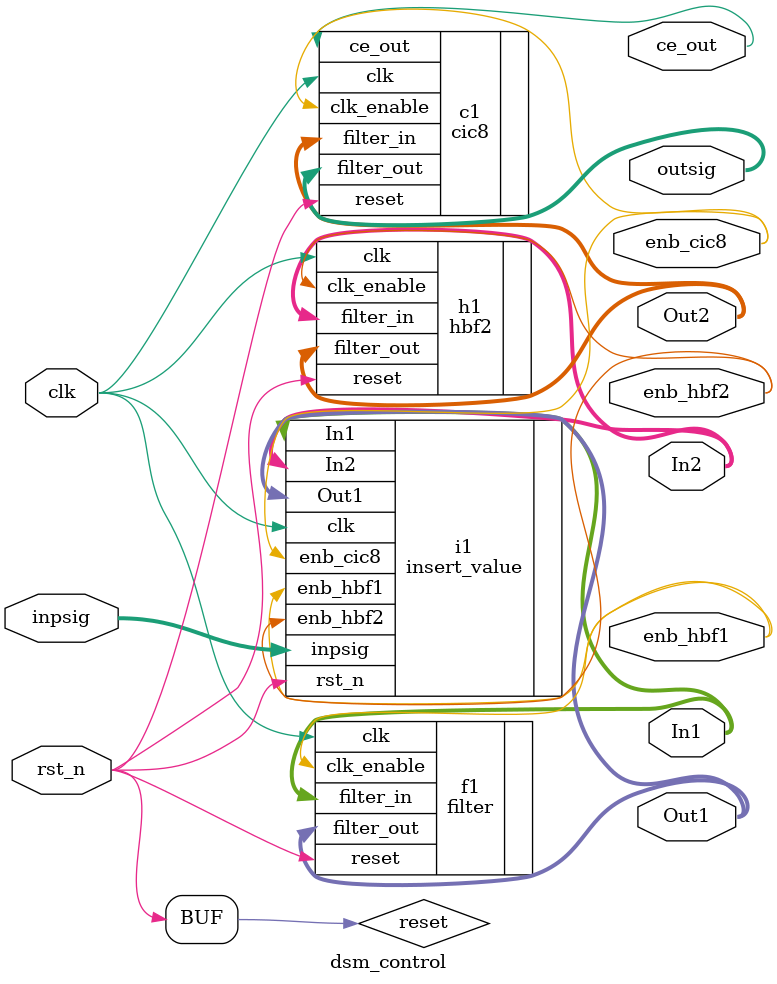
<source format=v>
`timescale 1ns / 1ps


module dsm_control(
    input clk,
    input rst_n,
    input signed [15:0] inpsig,
    output signed [15:0] outsig,
    output ce_out,
    output enb_cic8,
    
    output signed [15:0] In1,
    output signed [15:0] In2,
    output signed[15:0] Out1,
    output signed[15:0] Out2,
    
    output enb_hbf1,
    output enb_hbf2
    );
    
//    wire signed [15:0] In1;
//    wire signed [15:0] In2;
//    wire signed[15:0] Out1;
//    wire signed[15:0] Out2;
    
//    wire enb_hbf1;
//    wire enb_hbf2;
    wire reset = rst_n;
    
    insert_value i1(
        .clk(clk),
        .rst_n(reset),
        .inpsig(inpsig),
        .In1(In1),
        .In2(In2),
        .Out1(Out1),
        .enb_hbf1(enb_hbf1),
        .enb_hbf2(enb_hbf2),
        .enb_cic8(enb_cic8)
        );
    filter  f1(
        .clk(clk),
        .clk_enable(enb_hbf1),
        .reset(reset),
        .filter_in(In1),
        .filter_out(Out1)
        );
        
   hbf2  h1(
        .clk(clk),
        .clk_enable(enb_hbf2),
        .reset(reset),
        .filter_in(In2),
        .filter_out(Out2)
        );
        
   cic8 c1(
        .clk(clk),
        .clk_enable(enb_cic8),
        .reset(rst_n),
        .filter_in(Out2),
        .filter_out(outsig),
        .ce_out(ce_out)
        );
                        
endmodule

</source>
